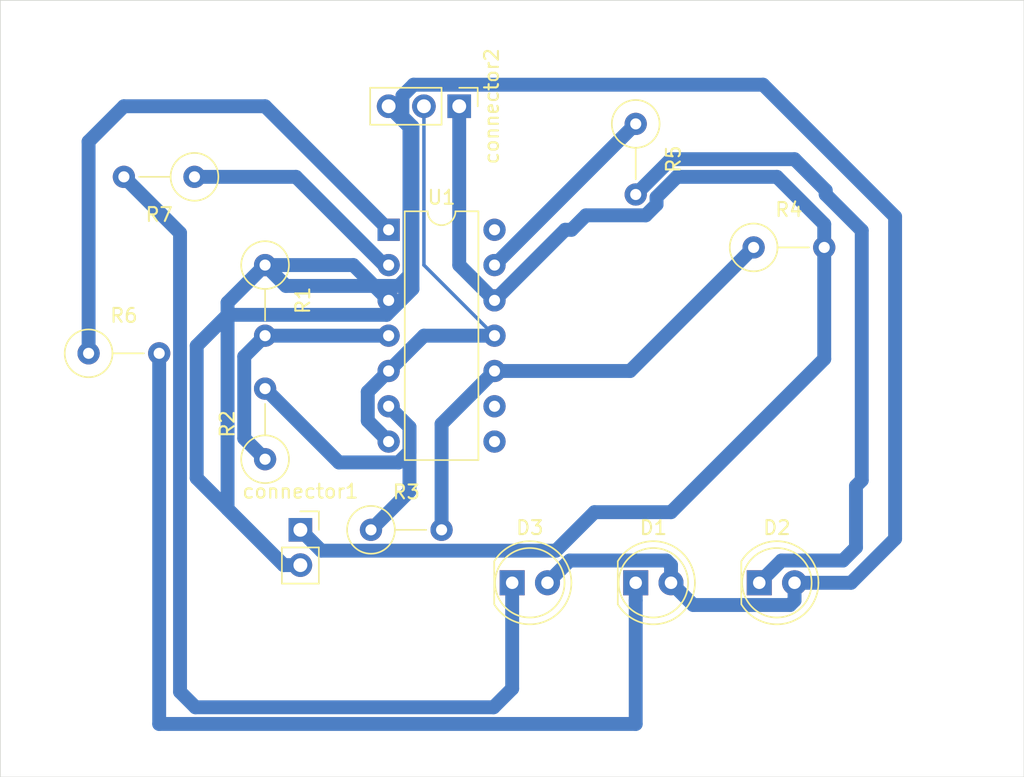
<source format=kicad_pcb>
(kicad_pcb (version 20171130) (host pcbnew "(5.1.10)-1")

  (general
    (thickness 1.6)
    (drawings 4)
    (tracks 102)
    (zones 0)
    (modules 13)
    (nets 16)
  )

  (page A4)
  (layers
    (0 F.Cu signal)
    (31 B.Cu signal)
    (32 B.Adhes user)
    (33 F.Adhes user)
    (34 B.Paste user)
    (35 F.Paste user)
    (36 B.SilkS user)
    (37 F.SilkS user)
    (38 B.Mask user)
    (39 F.Mask user)
    (40 Dwgs.User user)
    (41 Cmts.User user)
    (42 Eco1.User user)
    (43 Eco2.User user)
    (44 Edge.Cuts user)
    (45 Margin user)
    (46 B.CrtYd user)
    (47 F.CrtYd user)
    (48 B.Fab user)
    (49 F.Fab user)
  )

  (setup
    (last_trace_width 1)
    (user_trace_width 1)
    (trace_clearance 0.2)
    (zone_clearance 0.508)
    (zone_45_only no)
    (trace_min 0.2)
    (via_size 0.8)
    (via_drill 0.4)
    (via_min_size 0.4)
    (via_min_drill 0.3)
    (uvia_size 0.3)
    (uvia_drill 0.1)
    (uvias_allowed no)
    (uvia_min_size 0.2)
    (uvia_min_drill 0.1)
    (edge_width 0.05)
    (segment_width 0.2)
    (pcb_text_width 0.3)
    (pcb_text_size 1.5 1.5)
    (mod_edge_width 0.12)
    (mod_text_size 1 1)
    (mod_text_width 0.15)
    (pad_size 1.524 1.524)
    (pad_drill 0.762)
    (pad_to_mask_clearance 0)
    (aux_axis_origin 0 0)
    (visible_elements FFFFFF7F)
    (pcbplotparams
      (layerselection 0x010fc_ffffffff)
      (usegerberextensions false)
      (usegerberattributes true)
      (usegerberadvancedattributes true)
      (creategerberjobfile true)
      (excludeedgelayer true)
      (linewidth 0.100000)
      (plotframeref false)
      (viasonmask false)
      (mode 1)
      (useauxorigin false)
      (hpglpennumber 1)
      (hpglpenspeed 20)
      (hpglpendiameter 15.000000)
      (psnegative false)
      (psa4output false)
      (plotreference true)
      (plotvalue true)
      (plotinvisibletext false)
      (padsonsilk false)
      (subtractmaskfromsilk false)
      (outputformat 1)
      (mirror false)
      (drillshape 1)
      (scaleselection 1)
      (outputdirectory ""))
  )

  (net 0 "")
  (net 1 "Net-(D1-Pad2)")
  (net 2 "Net-(R4-Pad2)")
  (net 3 "Net-(U1-Pad11)")
  (net 4 "Net-(D1-Pad1)")
  (net 5 "Net-(D2-Pad1)")
  (net 6 "Net-(D3-Pad1)")
  (net 7 "Net-(R1-Pad2)")
  (net 8 "Net-(R2-Pad2)")
  (net 9 "Net-(R3-Pad2)")
  (net 10 "Net-(R5-Pad1)")
  (net 11 "Net-(R6-Pad1)")
  (net 12 "Net-(R7-Pad1)")
  (net 13 "Net-(U1-Pad14)")
  (net 14 "Net-(U1-Pad9)")
  (net 15 "Net-(U1-Pad8)")

  (net_class Default "This is the default net class."
    (clearance 0.2)
    (trace_width 0.25)
    (via_dia 0.8)
    (via_drill 0.4)
    (uvia_dia 0.3)
    (uvia_drill 0.1)
    (add_net "Net-(D1-Pad1)")
    (add_net "Net-(D1-Pad2)")
    (add_net "Net-(D2-Pad1)")
    (add_net "Net-(D3-Pad1)")
    (add_net "Net-(R1-Pad2)")
    (add_net "Net-(R2-Pad2)")
    (add_net "Net-(R3-Pad2)")
    (add_net "Net-(R4-Pad2)")
    (add_net "Net-(R5-Pad1)")
    (add_net "Net-(R6-Pad1)")
    (add_net "Net-(R7-Pad1)")
    (add_net "Net-(U1-Pad11)")
    (add_net "Net-(U1-Pad14)")
    (add_net "Net-(U1-Pad8)")
    (add_net "Net-(U1-Pad9)")
  )

  (module LED_THT:LED_D5.0mm (layer F.Cu) (tedit 5995936A) (tstamp 63BC1874)
    (at 153.67 100.33)
    (descr "LED, diameter 5.0mm, 2 pins, http://cdn-reichelt.de/documents/datenblatt/A500/LL-504BC2E-009.pdf")
    (tags "LED diameter 5.0mm 2 pins")
    (path /63BE7815)
    (fp_text reference D2 (at 1.27 -3.96) (layer F.SilkS)
      (effects (font (size 1 1) (thickness 0.15)))
    )
    (fp_text value LED (at 1.27 3.96) (layer F.Fab)
      (effects (font (size 1 1) (thickness 0.15)))
    )
    (fp_text user %R (at 1.25 0) (layer F.Fab)
      (effects (font (size 0.8 0.8) (thickness 0.2)))
    )
    (fp_arc (start 1.27 0) (end -1.29 1.54483) (angle -148.9) (layer F.SilkS) (width 0.12))
    (fp_arc (start 1.27 0) (end -1.29 -1.54483) (angle 148.9) (layer F.SilkS) (width 0.12))
    (fp_arc (start 1.27 0) (end -1.23 -1.469694) (angle 299.1) (layer F.Fab) (width 0.1))
    (fp_circle (center 1.27 0) (end 3.77 0) (layer F.Fab) (width 0.1))
    (fp_circle (center 1.27 0) (end 3.77 0) (layer F.SilkS) (width 0.12))
    (fp_line (start -1.23 -1.469694) (end -1.23 1.469694) (layer F.Fab) (width 0.1))
    (fp_line (start -1.29 -1.545) (end -1.29 1.545) (layer F.SilkS) (width 0.12))
    (fp_line (start -1.95 -3.25) (end -1.95 3.25) (layer F.CrtYd) (width 0.05))
    (fp_line (start -1.95 3.25) (end 4.5 3.25) (layer F.CrtYd) (width 0.05))
    (fp_line (start 4.5 3.25) (end 4.5 -3.25) (layer F.CrtYd) (width 0.05))
    (fp_line (start 4.5 -3.25) (end -1.95 -3.25) (layer F.CrtYd) (width 0.05))
    (pad 2 thru_hole circle (at 2.54 0) (size 1.8 1.8) (drill 0.9) (layers *.Cu *.Mask)
      (net 1 "Net-(D1-Pad2)"))
    (pad 1 thru_hole rect (at 0 0) (size 1.8 1.8) (drill 0.9) (layers *.Cu *.Mask)
      (net 5 "Net-(D2-Pad1)"))
    (model ${KISYS3DMOD}/LED_THT.3dshapes/LED_D5.0mm.wrl
      (at (xyz 0 0 0))
      (scale (xyz 1 1 1))
      (rotate (xyz 0 0 0))
    )
  )

  (module Package_DIP:DIP-14_W7.62mm (layer F.Cu) (tedit 5A02E8C5) (tstamp 63BC1911)
    (at 127 74.93)
    (descr "14-lead though-hole mounted DIP package, row spacing 7.62 mm (300 mils)")
    (tags "THT DIP DIL PDIP 2.54mm 7.62mm 300mil")
    (path /63BBFDF5)
    (fp_text reference U1 (at 3.81 -2.33) (layer F.SilkS)
      (effects (font (size 1 1) (thickness 0.15)))
    )
    (fp_text value LM339 (at 3.81 17.57) (layer F.Fab)
      (effects (font (size 1 1) (thickness 0.15)))
    )
    (fp_text user %R (at 3.81 7.62) (layer F.Fab)
      (effects (font (size 1 1) (thickness 0.15)))
    )
    (fp_arc (start 3.81 -1.33) (end 2.81 -1.33) (angle -180) (layer F.SilkS) (width 0.12))
    (fp_line (start 1.635 -1.27) (end 6.985 -1.27) (layer F.Fab) (width 0.1))
    (fp_line (start 6.985 -1.27) (end 6.985 16.51) (layer F.Fab) (width 0.1))
    (fp_line (start 6.985 16.51) (end 0.635 16.51) (layer F.Fab) (width 0.1))
    (fp_line (start 0.635 16.51) (end 0.635 -0.27) (layer F.Fab) (width 0.1))
    (fp_line (start 0.635 -0.27) (end 1.635 -1.27) (layer F.Fab) (width 0.1))
    (fp_line (start 2.81 -1.33) (end 1.16 -1.33) (layer F.SilkS) (width 0.12))
    (fp_line (start 1.16 -1.33) (end 1.16 16.57) (layer F.SilkS) (width 0.12))
    (fp_line (start 1.16 16.57) (end 6.46 16.57) (layer F.SilkS) (width 0.12))
    (fp_line (start 6.46 16.57) (end 6.46 -1.33) (layer F.SilkS) (width 0.12))
    (fp_line (start 6.46 -1.33) (end 4.81 -1.33) (layer F.SilkS) (width 0.12))
    (fp_line (start -1.1 -1.55) (end -1.1 16.8) (layer F.CrtYd) (width 0.05))
    (fp_line (start -1.1 16.8) (end 8.7 16.8) (layer F.CrtYd) (width 0.05))
    (fp_line (start 8.7 16.8) (end 8.7 -1.55) (layer F.CrtYd) (width 0.05))
    (fp_line (start 8.7 -1.55) (end -1.1 -1.55) (layer F.CrtYd) (width 0.05))
    (pad 14 thru_hole oval (at 7.62 0) (size 1.6 1.6) (drill 0.8) (layers *.Cu *.Mask)
      (net 13 "Net-(U1-Pad14)"))
    (pad 7 thru_hole oval (at 0 15.24) (size 1.6 1.6) (drill 0.8) (layers *.Cu *.Mask)
      (net 3 "Net-(U1-Pad11)"))
    (pad 13 thru_hole oval (at 7.62 2.54) (size 1.6 1.6) (drill 0.8) (layers *.Cu *.Mask)
      (net 10 "Net-(R5-Pad1)"))
    (pad 6 thru_hole oval (at 0 12.7) (size 1.6 1.6) (drill 0.8) (layers *.Cu *.Mask)
      (net 8 "Net-(R2-Pad2)"))
    (pad 12 thru_hole oval (at 7.62 5.08) (size 1.6 1.6) (drill 0.8) (layers *.Cu *.Mask)
      (net 2 "Net-(R4-Pad2)"))
    (pad 5 thru_hole oval (at 0 10.16) (size 1.6 1.6) (drill 0.8) (layers *.Cu *.Mask)
      (net 3 "Net-(U1-Pad11)"))
    (pad 11 thru_hole oval (at 7.62 7.62) (size 1.6 1.6) (drill 0.8) (layers *.Cu *.Mask)
      (net 3 "Net-(U1-Pad11)"))
    (pad 4 thru_hole oval (at 0 7.62) (size 1.6 1.6) (drill 0.8) (layers *.Cu *.Mask)
      (net 7 "Net-(R1-Pad2)"))
    (pad 10 thru_hole oval (at 7.62 10.16) (size 1.6 1.6) (drill 0.8) (layers *.Cu *.Mask)
      (net 9 "Net-(R3-Pad2)"))
    (pad 3 thru_hole oval (at 0 5.08) (size 1.6 1.6) (drill 0.8) (layers *.Cu *.Mask)
      (net 1 "Net-(D1-Pad2)"))
    (pad 9 thru_hole oval (at 7.62 12.7) (size 1.6 1.6) (drill 0.8) (layers *.Cu *.Mask)
      (net 14 "Net-(U1-Pad9)"))
    (pad 2 thru_hole oval (at 0 2.54) (size 1.6 1.6) (drill 0.8) (layers *.Cu *.Mask)
      (net 12 "Net-(R7-Pad1)"))
    (pad 8 thru_hole oval (at 7.62 15.24) (size 1.6 1.6) (drill 0.8) (layers *.Cu *.Mask)
      (net 15 "Net-(U1-Pad8)"))
    (pad 1 thru_hole rect (at 0 0) (size 1.6 1.6) (drill 0.8) (layers *.Cu *.Mask)
      (net 11 "Net-(R6-Pad1)"))
    (model ${KISYS3DMOD}/Package_DIP.3dshapes/DIP-14_W7.62mm.wrl
      (at (xyz 0 0 0))
      (scale (xyz 1 1 1))
      (rotate (xyz 0 0 0))
    )
  )

  (module Resistor_THT:R_Axial_DIN0309_L9.0mm_D3.2mm_P5.08mm_Vertical (layer F.Cu) (tedit 5AE5139B) (tstamp 63BC18EF)
    (at 113.03 71.12 180)
    (descr "Resistor, Axial_DIN0309 series, Axial, Vertical, pin pitch=5.08mm, 0.5W = 1/2W, length*diameter=9*3.2mm^2, http://cdn-reichelt.de/documents/datenblatt/B400/1_4W%23YAG.pdf")
    (tags "Resistor Axial_DIN0309 series Axial Vertical pin pitch 5.08mm 0.5W = 1/2W length 9mm diameter 3.2mm")
    (path /63BCC178)
    (fp_text reference R7 (at 2.54 -2.72) (layer F.SilkS)
      (effects (font (size 1 1) (thickness 0.15)))
    )
    (fp_text value 100 (at 2.54 2.72) (layer F.Fab)
      (effects (font (size 1 1) (thickness 0.15)))
    )
    (fp_text user %R (at 2.54 -2.72) (layer F.Fab)
      (effects (font (size 1 1) (thickness 0.15)))
    )
    (fp_circle (center 0 0) (end 1.6 0) (layer F.Fab) (width 0.1))
    (fp_circle (center 0 0) (end 1.72 0) (layer F.SilkS) (width 0.12))
    (fp_line (start 0 0) (end 5.08 0) (layer F.Fab) (width 0.1))
    (fp_line (start 1.72 0) (end 3.98 0) (layer F.SilkS) (width 0.12))
    (fp_line (start -1.85 -1.85) (end -1.85 1.85) (layer F.CrtYd) (width 0.05))
    (fp_line (start -1.85 1.85) (end 6.13 1.85) (layer F.CrtYd) (width 0.05))
    (fp_line (start 6.13 1.85) (end 6.13 -1.85) (layer F.CrtYd) (width 0.05))
    (fp_line (start 6.13 -1.85) (end -1.85 -1.85) (layer F.CrtYd) (width 0.05))
    (pad 2 thru_hole oval (at 5.08 0 180) (size 1.6 1.6) (drill 0.8) (layers *.Cu *.Mask)
      (net 6 "Net-(D3-Pad1)"))
    (pad 1 thru_hole circle (at 0 0 180) (size 1.6 1.6) (drill 0.8) (layers *.Cu *.Mask)
      (net 12 "Net-(R7-Pad1)"))
    (model ${KISYS3DMOD}/Resistor_THT.3dshapes/R_Axial_DIN0309_L9.0mm_D3.2mm_P5.08mm_Vertical.wrl
      (at (xyz 0 0 0))
      (scale (xyz 1 1 1))
      (rotate (xyz 0 0 0))
    )
  )

  (module Resistor_THT:R_Axial_DIN0309_L9.0mm_D3.2mm_P5.08mm_Vertical (layer F.Cu) (tedit 5AE5139B) (tstamp 63BC18E0)
    (at 105.41 83.82)
    (descr "Resistor, Axial_DIN0309 series, Axial, Vertical, pin pitch=5.08mm, 0.5W = 1/2W, length*diameter=9*3.2mm^2, http://cdn-reichelt.de/documents/datenblatt/B400/1_4W%23YAG.pdf")
    (tags "Resistor Axial_DIN0309 series Axial Vertical pin pitch 5.08mm 0.5W = 1/2W length 9mm diameter 3.2mm")
    (path /63BCBEDC)
    (fp_text reference R6 (at 2.54 -2.72) (layer F.SilkS)
      (effects (font (size 1 1) (thickness 0.15)))
    )
    (fp_text value 100 (at 2.54 2.72) (layer F.Fab)
      (effects (font (size 1 1) (thickness 0.15)))
    )
    (fp_text user %R (at 2.54 -2.72) (layer F.Fab)
      (effects (font (size 1 1) (thickness 0.15)))
    )
    (fp_circle (center 0 0) (end 1.6 0) (layer F.Fab) (width 0.1))
    (fp_circle (center 0 0) (end 1.72 0) (layer F.SilkS) (width 0.12))
    (fp_line (start 0 0) (end 5.08 0) (layer F.Fab) (width 0.1))
    (fp_line (start 1.72 0) (end 3.98 0) (layer F.SilkS) (width 0.12))
    (fp_line (start -1.85 -1.85) (end -1.85 1.85) (layer F.CrtYd) (width 0.05))
    (fp_line (start -1.85 1.85) (end 6.13 1.85) (layer F.CrtYd) (width 0.05))
    (fp_line (start 6.13 1.85) (end 6.13 -1.85) (layer F.CrtYd) (width 0.05))
    (fp_line (start 6.13 -1.85) (end -1.85 -1.85) (layer F.CrtYd) (width 0.05))
    (pad 2 thru_hole oval (at 5.08 0) (size 1.6 1.6) (drill 0.8) (layers *.Cu *.Mask)
      (net 4 "Net-(D1-Pad1)"))
    (pad 1 thru_hole circle (at 0 0) (size 1.6 1.6) (drill 0.8) (layers *.Cu *.Mask)
      (net 11 "Net-(R6-Pad1)"))
    (model ${KISYS3DMOD}/Resistor_THT.3dshapes/R_Axial_DIN0309_L9.0mm_D3.2mm_P5.08mm_Vertical.wrl
      (at (xyz 0 0 0))
      (scale (xyz 1 1 1))
      (rotate (xyz 0 0 0))
    )
  )

  (module Resistor_THT:R_Axial_DIN0309_L9.0mm_D3.2mm_P5.08mm_Vertical (layer F.Cu) (tedit 5AE5139B) (tstamp 63BC18D1)
    (at 144.78 67.31 270)
    (descr "Resistor, Axial_DIN0309 series, Axial, Vertical, pin pitch=5.08mm, 0.5W = 1/2W, length*diameter=9*3.2mm^2, http://cdn-reichelt.de/documents/datenblatt/B400/1_4W%23YAG.pdf")
    (tags "Resistor Axial_DIN0309 series Axial Vertical pin pitch 5.08mm 0.5W = 1/2W length 9mm diameter 3.2mm")
    (path /63BCBC35)
    (fp_text reference R5 (at 2.54 -2.72 90) (layer F.SilkS)
      (effects (font (size 1 1) (thickness 0.15)))
    )
    (fp_text value 100 (at 2.54 2.72 90) (layer F.Fab)
      (effects (font (size 1 1) (thickness 0.15)))
    )
    (fp_text user %R (at 2.54 -2.72 90) (layer F.Fab)
      (effects (font (size 1 1) (thickness 0.15)))
    )
    (fp_circle (center 0 0) (end 1.6 0) (layer F.Fab) (width 0.1))
    (fp_circle (center 0 0) (end 1.72 0) (layer F.SilkS) (width 0.12))
    (fp_line (start 0 0) (end 5.08 0) (layer F.Fab) (width 0.1))
    (fp_line (start 1.72 0) (end 3.98 0) (layer F.SilkS) (width 0.12))
    (fp_line (start -1.85 -1.85) (end -1.85 1.85) (layer F.CrtYd) (width 0.05))
    (fp_line (start -1.85 1.85) (end 6.13 1.85) (layer F.CrtYd) (width 0.05))
    (fp_line (start 6.13 1.85) (end 6.13 -1.85) (layer F.CrtYd) (width 0.05))
    (fp_line (start 6.13 -1.85) (end -1.85 -1.85) (layer F.CrtYd) (width 0.05))
    (pad 2 thru_hole oval (at 5.08 0 270) (size 1.6 1.6) (drill 0.8) (layers *.Cu *.Mask)
      (net 5 "Net-(D2-Pad1)"))
    (pad 1 thru_hole circle (at 0 0 270) (size 1.6 1.6) (drill 0.8) (layers *.Cu *.Mask)
      (net 10 "Net-(R5-Pad1)"))
    (model ${KISYS3DMOD}/Resistor_THT.3dshapes/R_Axial_DIN0309_L9.0mm_D3.2mm_P5.08mm_Vertical.wrl
      (at (xyz 0 0 0))
      (scale (xyz 1 1 1))
      (rotate (xyz 0 0 0))
    )
  )

  (module Resistor_THT:R_Axial_DIN0309_L9.0mm_D3.2mm_P5.08mm_Vertical (layer F.Cu) (tedit 5AE5139B) (tstamp 63BC18C2)
    (at 153.265001 76.2)
    (descr "Resistor, Axial_DIN0309 series, Axial, Vertical, pin pitch=5.08mm, 0.5W = 1/2W, length*diameter=9*3.2mm^2, http://cdn-reichelt.de/documents/datenblatt/B400/1_4W%23YAG.pdf")
    (tags "Resistor Axial_DIN0309 series Axial Vertical pin pitch 5.08mm 0.5W = 1/2W length 9mm diameter 3.2mm")
    (path /63BCB775)
    (fp_text reference R4 (at 2.54 -2.72) (layer F.SilkS)
      (effects (font (size 1 1) (thickness 0.15)))
    )
    (fp_text value 1k (at 2.54 2.72) (layer F.Fab)
      (effects (font (size 1 1) (thickness 0.15)))
    )
    (fp_text user %R (at 2.54 -2.72) (layer F.Fab)
      (effects (font (size 1 1) (thickness 0.15)))
    )
    (fp_circle (center 0 0) (end 1.6 0) (layer F.Fab) (width 0.1))
    (fp_circle (center 0 0) (end 1.72 0) (layer F.SilkS) (width 0.12))
    (fp_line (start 0 0) (end 5.08 0) (layer F.Fab) (width 0.1))
    (fp_line (start 1.72 0) (end 3.98 0) (layer F.SilkS) (width 0.12))
    (fp_line (start -1.85 -1.85) (end -1.85 1.85) (layer F.CrtYd) (width 0.05))
    (fp_line (start -1.85 1.85) (end 6.13 1.85) (layer F.CrtYd) (width 0.05))
    (fp_line (start 6.13 1.85) (end 6.13 -1.85) (layer F.CrtYd) (width 0.05))
    (fp_line (start 6.13 -1.85) (end -1.85 -1.85) (layer F.CrtYd) (width 0.05))
    (pad 2 thru_hole oval (at 5.08 0) (size 1.6 1.6) (drill 0.8) (layers *.Cu *.Mask)
      (net 2 "Net-(R4-Pad2)"))
    (pad 1 thru_hole circle (at 0 0) (size 1.6 1.6) (drill 0.8) (layers *.Cu *.Mask)
      (net 9 "Net-(R3-Pad2)"))
    (model ${KISYS3DMOD}/Resistor_THT.3dshapes/R_Axial_DIN0309_L9.0mm_D3.2mm_P5.08mm_Vertical.wrl
      (at (xyz 0 0 0))
      (scale (xyz 1 1 1))
      (rotate (xyz 0 0 0))
    )
  )

  (module Resistor_THT:R_Axial_DIN0309_L9.0mm_D3.2mm_P5.08mm_Vertical (layer F.Cu) (tedit 5AE5139B) (tstamp 63BC18B3)
    (at 125.73 96.52)
    (descr "Resistor, Axial_DIN0309 series, Axial, Vertical, pin pitch=5.08mm, 0.5W = 1/2W, length*diameter=9*3.2mm^2, http://cdn-reichelt.de/documents/datenblatt/B400/1_4W%23YAG.pdf")
    (tags "Resistor Axial_DIN0309 series Axial Vertical pin pitch 5.08mm 0.5W = 1/2W length 9mm diameter 3.2mm")
    (path /63BCB0AD)
    (fp_text reference R3 (at 2.54 -2.72) (layer F.SilkS)
      (effects (font (size 1 1) (thickness 0.15)))
    )
    (fp_text value 3k (at 2.54 2.72) (layer F.Fab)
      (effects (font (size 1 1) (thickness 0.15)))
    )
    (fp_text user %R (at 2.54 -2.72) (layer F.Fab)
      (effects (font (size 1 1) (thickness 0.15)))
    )
    (fp_circle (center 0 0) (end 1.6 0) (layer F.Fab) (width 0.1))
    (fp_circle (center 0 0) (end 1.72 0) (layer F.SilkS) (width 0.12))
    (fp_line (start 0 0) (end 5.08 0) (layer F.Fab) (width 0.1))
    (fp_line (start 1.72 0) (end 3.98 0) (layer F.SilkS) (width 0.12))
    (fp_line (start -1.85 -1.85) (end -1.85 1.85) (layer F.CrtYd) (width 0.05))
    (fp_line (start -1.85 1.85) (end 6.13 1.85) (layer F.CrtYd) (width 0.05))
    (fp_line (start 6.13 1.85) (end 6.13 -1.85) (layer F.CrtYd) (width 0.05))
    (fp_line (start 6.13 -1.85) (end -1.85 -1.85) (layer F.CrtYd) (width 0.05))
    (pad 2 thru_hole oval (at 5.08 0) (size 1.6 1.6) (drill 0.8) (layers *.Cu *.Mask)
      (net 9 "Net-(R3-Pad2)"))
    (pad 1 thru_hole circle (at 0 0) (size 1.6 1.6) (drill 0.8) (layers *.Cu *.Mask)
      (net 8 "Net-(R2-Pad2)"))
    (model ${KISYS3DMOD}/Resistor_THT.3dshapes/R_Axial_DIN0309_L9.0mm_D3.2mm_P5.08mm_Vertical.wrl
      (at (xyz 0 0 0))
      (scale (xyz 1 1 1))
      (rotate (xyz 0 0 0))
    )
  )

  (module Resistor_THT:R_Axial_DIN0309_L9.0mm_D3.2mm_P5.08mm_Vertical (layer F.Cu) (tedit 5AE5139B) (tstamp 63BC18A4)
    (at 118.11 91.44 90)
    (descr "Resistor, Axial_DIN0309 series, Axial, Vertical, pin pitch=5.08mm, 0.5W = 1/2W, length*diameter=9*3.2mm^2, http://cdn-reichelt.de/documents/datenblatt/B400/1_4W%23YAG.pdf")
    (tags "Resistor Axial_DIN0309 series Axial Vertical pin pitch 5.08mm 0.5W = 1/2W length 9mm diameter 3.2mm")
    (path /63BC9D3A)
    (fp_text reference R2 (at 2.54 -2.72 90) (layer F.SilkS)
      (effects (font (size 1 1) (thickness 0.15)))
    )
    (fp_text value 3k (at 2.54 2.72 90) (layer F.Fab)
      (effects (font (size 1 1) (thickness 0.15)))
    )
    (fp_text user %R (at 2.54 -2.72 90) (layer F.Fab)
      (effects (font (size 1 1) (thickness 0.15)))
    )
    (fp_circle (center 0 0) (end 1.6 0) (layer F.Fab) (width 0.1))
    (fp_circle (center 0 0) (end 1.72 0) (layer F.SilkS) (width 0.12))
    (fp_line (start 0 0) (end 5.08 0) (layer F.Fab) (width 0.1))
    (fp_line (start 1.72 0) (end 3.98 0) (layer F.SilkS) (width 0.12))
    (fp_line (start -1.85 -1.85) (end -1.85 1.85) (layer F.CrtYd) (width 0.05))
    (fp_line (start -1.85 1.85) (end 6.13 1.85) (layer F.CrtYd) (width 0.05))
    (fp_line (start 6.13 1.85) (end 6.13 -1.85) (layer F.CrtYd) (width 0.05))
    (fp_line (start 6.13 -1.85) (end -1.85 -1.85) (layer F.CrtYd) (width 0.05))
    (pad 2 thru_hole oval (at 5.08 0 90) (size 1.6 1.6) (drill 0.8) (layers *.Cu *.Mask)
      (net 8 "Net-(R2-Pad2)"))
    (pad 1 thru_hole circle (at 0 0 90) (size 1.6 1.6) (drill 0.8) (layers *.Cu *.Mask)
      (net 7 "Net-(R1-Pad2)"))
    (model ${KISYS3DMOD}/Resistor_THT.3dshapes/R_Axial_DIN0309_L9.0mm_D3.2mm_P5.08mm_Vertical.wrl
      (at (xyz 0 0 0))
      (scale (xyz 1 1 1))
      (rotate (xyz 0 0 0))
    )
  )

  (module Resistor_THT:R_Axial_DIN0309_L9.0mm_D3.2mm_P5.08mm_Vertical (layer F.Cu) (tedit 5AE5139B) (tstamp 63BC1895)
    (at 118.11 77.47 270)
    (descr "Resistor, Axial_DIN0309 series, Axial, Vertical, pin pitch=5.08mm, 0.5W = 1/2W, length*diameter=9*3.2mm^2, http://cdn-reichelt.de/documents/datenblatt/B400/1_4W%23YAG.pdf")
    (tags "Resistor Axial_DIN0309 series Axial Vertical pin pitch 5.08mm 0.5W = 1/2W length 9mm diameter 3.2mm")
    (path /63BC9235)
    (fp_text reference R1 (at 2.54 -2.72 90) (layer F.SilkS)
      (effects (font (size 1 1) (thickness 0.15)))
    )
    (fp_text value 3k (at 2.54 2.72 90) (layer F.Fab)
      (effects (font (size 1 1) (thickness 0.15)))
    )
    (fp_text user %R (at 2.54 -2.72 90) (layer F.Fab)
      (effects (font (size 1 1) (thickness 0.15)))
    )
    (fp_circle (center 0 0) (end 1.6 0) (layer F.Fab) (width 0.1))
    (fp_circle (center 0 0) (end 1.72 0) (layer F.SilkS) (width 0.12))
    (fp_line (start 0 0) (end 5.08 0) (layer F.Fab) (width 0.1))
    (fp_line (start 1.72 0) (end 3.98 0) (layer F.SilkS) (width 0.12))
    (fp_line (start -1.85 -1.85) (end -1.85 1.85) (layer F.CrtYd) (width 0.05))
    (fp_line (start -1.85 1.85) (end 6.13 1.85) (layer F.CrtYd) (width 0.05))
    (fp_line (start 6.13 1.85) (end 6.13 -1.85) (layer F.CrtYd) (width 0.05))
    (fp_line (start 6.13 -1.85) (end -1.85 -1.85) (layer F.CrtYd) (width 0.05))
    (pad 2 thru_hole oval (at 5.08 0 270) (size 1.6 1.6) (drill 0.8) (layers *.Cu *.Mask)
      (net 7 "Net-(R1-Pad2)"))
    (pad 1 thru_hole circle (at 0 0 270) (size 1.6 1.6) (drill 0.8) (layers *.Cu *.Mask)
      (net 1 "Net-(D1-Pad2)"))
    (model ${KISYS3DMOD}/Resistor_THT.3dshapes/R_Axial_DIN0309_L9.0mm_D3.2mm_P5.08mm_Vertical.wrl
      (at (xyz 0 0 0))
      (scale (xyz 1 1 1))
      (rotate (xyz 0 0 0))
    )
  )

  (module LED_THT:LED_D5.0mm (layer F.Cu) (tedit 5995936A) (tstamp 63BC1886)
    (at 135.89 100.33)
    (descr "LED, diameter 5.0mm, 2 pins, http://cdn-reichelt.de/documents/datenblatt/A500/LL-504BC2E-009.pdf")
    (tags "LED diameter 5.0mm 2 pins")
    (path /63BE3F8C)
    (fp_text reference D3 (at 1.27 -3.96) (layer F.SilkS)
      (effects (font (size 1 1) (thickness 0.15)))
    )
    (fp_text value LED (at 1.27 3.96) (layer F.Fab)
      (effects (font (size 1 1) (thickness 0.15)))
    )
    (fp_text user %R (at 1.25 0) (layer F.Fab)
      (effects (font (size 0.8 0.8) (thickness 0.2)))
    )
    (fp_arc (start 1.27 0) (end -1.29 1.54483) (angle -148.9) (layer F.SilkS) (width 0.12))
    (fp_arc (start 1.27 0) (end -1.29 -1.54483) (angle 148.9) (layer F.SilkS) (width 0.12))
    (fp_arc (start 1.27 0) (end -1.23 -1.469694) (angle 299.1) (layer F.Fab) (width 0.1))
    (fp_circle (center 1.27 0) (end 3.77 0) (layer F.Fab) (width 0.1))
    (fp_circle (center 1.27 0) (end 3.77 0) (layer F.SilkS) (width 0.12))
    (fp_line (start -1.23 -1.469694) (end -1.23 1.469694) (layer F.Fab) (width 0.1))
    (fp_line (start -1.29 -1.545) (end -1.29 1.545) (layer F.SilkS) (width 0.12))
    (fp_line (start -1.95 -3.25) (end -1.95 3.25) (layer F.CrtYd) (width 0.05))
    (fp_line (start -1.95 3.25) (end 4.5 3.25) (layer F.CrtYd) (width 0.05))
    (fp_line (start 4.5 3.25) (end 4.5 -3.25) (layer F.CrtYd) (width 0.05))
    (fp_line (start 4.5 -3.25) (end -1.95 -3.25) (layer F.CrtYd) (width 0.05))
    (pad 2 thru_hole circle (at 2.54 0) (size 1.8 1.8) (drill 0.9) (layers *.Cu *.Mask)
      (net 1 "Net-(D1-Pad2)"))
    (pad 1 thru_hole rect (at 0 0) (size 1.8 1.8) (drill 0.9) (layers *.Cu *.Mask)
      (net 6 "Net-(D3-Pad1)"))
    (model ${KISYS3DMOD}/LED_THT.3dshapes/LED_D5.0mm.wrl
      (at (xyz 0 0 0))
      (scale (xyz 1 1 1))
      (rotate (xyz 0 0 0))
    )
  )

  (module LED_THT:LED_D5.0mm (layer F.Cu) (tedit 5995936A) (tstamp 63BC1862)
    (at 144.78 100.33)
    (descr "LED, diameter 5.0mm, 2 pins, http://cdn-reichelt.de/documents/datenblatt/A500/LL-504BC2E-009.pdf")
    (tags "LED diameter 5.0mm 2 pins")
    (path /63BE5253)
    (fp_text reference D1 (at 1.27 -3.96) (layer F.SilkS)
      (effects (font (size 1 1) (thickness 0.15)))
    )
    (fp_text value LED (at 1.27 3.96) (layer F.Fab)
      (effects (font (size 1 1) (thickness 0.15)))
    )
    (fp_text user %R (at 1.25 0) (layer F.Fab)
      (effects (font (size 0.8 0.8) (thickness 0.2)))
    )
    (fp_arc (start 1.27 0) (end -1.29 1.54483) (angle -148.9) (layer F.SilkS) (width 0.12))
    (fp_arc (start 1.27 0) (end -1.29 -1.54483) (angle 148.9) (layer F.SilkS) (width 0.12))
    (fp_arc (start 1.27 0) (end -1.23 -1.469694) (angle 299.1) (layer F.Fab) (width 0.1))
    (fp_circle (center 1.27 0) (end 3.77 0) (layer F.Fab) (width 0.1))
    (fp_circle (center 1.27 0) (end 3.77 0) (layer F.SilkS) (width 0.12))
    (fp_line (start -1.23 -1.469694) (end -1.23 1.469694) (layer F.Fab) (width 0.1))
    (fp_line (start -1.29 -1.545) (end -1.29 1.545) (layer F.SilkS) (width 0.12))
    (fp_line (start -1.95 -3.25) (end -1.95 3.25) (layer F.CrtYd) (width 0.05))
    (fp_line (start -1.95 3.25) (end 4.5 3.25) (layer F.CrtYd) (width 0.05))
    (fp_line (start 4.5 3.25) (end 4.5 -3.25) (layer F.CrtYd) (width 0.05))
    (fp_line (start 4.5 -3.25) (end -1.95 -3.25) (layer F.CrtYd) (width 0.05))
    (pad 2 thru_hole circle (at 2.54 0) (size 1.8 1.8) (drill 0.9) (layers *.Cu *.Mask)
      (net 1 "Net-(D1-Pad2)"))
    (pad 1 thru_hole rect (at 0 0) (size 1.8 1.8) (drill 0.9) (layers *.Cu *.Mask)
      (net 4 "Net-(D1-Pad1)"))
    (model ${KISYS3DMOD}/LED_THT.3dshapes/LED_D5.0mm.wrl
      (at (xyz 0 0 0))
      (scale (xyz 1 1 1))
      (rotate (xyz 0 0 0))
    )
  )

  (module Connector_PinHeader_2.54mm:PinHeader_1x03_P2.54mm_Vertical (layer F.Cu) (tedit 59FED5CC) (tstamp 63BC1850)
    (at 132.08 66.04 270)
    (descr "Through hole straight pin header, 1x03, 2.54mm pitch, single row")
    (tags "Through hole pin header THT 1x03 2.54mm single row")
    (path /63BEDC43)
    (fp_text reference connector2 (at 0 -2.33 90) (layer F.SilkS)
      (effects (font (size 1 1) (thickness 0.15)))
    )
    (fp_text value sensor_connector (at 0 7.41 90) (layer F.Fab)
      (effects (font (size 1 1) (thickness 0.15)))
    )
    (fp_line (start -0.635 -1.27) (end 1.27 -1.27) (layer F.Fab) (width 0.1))
    (fp_line (start 1.27 -1.27) (end 1.27 6.35) (layer F.Fab) (width 0.1))
    (fp_line (start 1.27 6.35) (end -1.27 6.35) (layer F.Fab) (width 0.1))
    (fp_line (start -1.27 6.35) (end -1.27 -0.635) (layer F.Fab) (width 0.1))
    (fp_line (start -1.27 -0.635) (end -0.635 -1.27) (layer F.Fab) (width 0.1))
    (fp_line (start -1.33 6.41) (end 1.33 6.41) (layer F.SilkS) (width 0.12))
    (fp_line (start -1.33 1.27) (end -1.33 6.41) (layer F.SilkS) (width 0.12))
    (fp_line (start 1.33 1.27) (end 1.33 6.41) (layer F.SilkS) (width 0.12))
    (fp_line (start -1.33 1.27) (end 1.33 1.27) (layer F.SilkS) (width 0.12))
    (fp_line (start -1.33 0) (end -1.33 -1.33) (layer F.SilkS) (width 0.12))
    (fp_line (start -1.33 -1.33) (end 0 -1.33) (layer F.SilkS) (width 0.12))
    (fp_line (start -1.8 -1.8) (end -1.8 6.85) (layer F.CrtYd) (width 0.05))
    (fp_line (start -1.8 6.85) (end 1.8 6.85) (layer F.CrtYd) (width 0.05))
    (fp_line (start 1.8 6.85) (end 1.8 -1.8) (layer F.CrtYd) (width 0.05))
    (fp_line (start 1.8 -1.8) (end -1.8 -1.8) (layer F.CrtYd) (width 0.05))
    (pad 3 thru_hole oval (at 0 5.08 270) (size 1.7 1.7) (drill 1) (layers *.Cu *.Mask)
      (net 1 "Net-(D1-Pad2)"))
    (pad 2 thru_hole oval (at 0 2.54 270) (size 1.7 1.7) (drill 1) (layers *.Cu *.Mask)
      (net 3 "Net-(U1-Pad11)"))
    (pad 1 thru_hole rect (at 0 0 270) (size 1.7 1.7) (drill 1) (layers *.Cu *.Mask)
      (net 2 "Net-(R4-Pad2)"))
    (model ${KISYS3DMOD}/Connector_PinHeader_2.54mm.3dshapes/PinHeader_1x03_P2.54mm_Vertical.wrl
      (at (xyz 0 0 0))
      (scale (xyz 1 1 1))
      (rotate (xyz 0 0 0))
    )
  )

  (module Connector_PinSocket_2.54mm:PinSocket_1x02_P2.54mm_Vertical (layer F.Cu) (tedit 5A19A420) (tstamp 63BC1839)
    (at 120.65 96.52)
    (descr "Through hole straight socket strip, 1x02, 2.54mm pitch, single row (from Kicad 4.0.7), script generated")
    (tags "Through hole socket strip THT 1x02 2.54mm single row")
    (path /63BCDB17)
    (fp_text reference connector1 (at 0 -2.77) (layer F.SilkS)
      (effects (font (size 1 1) (thickness 0.15)))
    )
    (fp_text value "Voltage supply" (at 0 5.31) (layer F.Fab)
      (effects (font (size 1 1) (thickness 0.15)))
    )
    (fp_text user %R (at 0 1.27 90) (layer F.Fab)
      (effects (font (size 1 1) (thickness 0.15)))
    )
    (fp_line (start -1.27 -1.27) (end 0.635 -1.27) (layer F.Fab) (width 0.1))
    (fp_line (start 0.635 -1.27) (end 1.27 -0.635) (layer F.Fab) (width 0.1))
    (fp_line (start 1.27 -0.635) (end 1.27 3.81) (layer F.Fab) (width 0.1))
    (fp_line (start 1.27 3.81) (end -1.27 3.81) (layer F.Fab) (width 0.1))
    (fp_line (start -1.27 3.81) (end -1.27 -1.27) (layer F.Fab) (width 0.1))
    (fp_line (start -1.33 1.27) (end 1.33 1.27) (layer F.SilkS) (width 0.12))
    (fp_line (start -1.33 1.27) (end -1.33 3.87) (layer F.SilkS) (width 0.12))
    (fp_line (start -1.33 3.87) (end 1.33 3.87) (layer F.SilkS) (width 0.12))
    (fp_line (start 1.33 1.27) (end 1.33 3.87) (layer F.SilkS) (width 0.12))
    (fp_line (start 1.33 -1.33) (end 1.33 0) (layer F.SilkS) (width 0.12))
    (fp_line (start 0 -1.33) (end 1.33 -1.33) (layer F.SilkS) (width 0.12))
    (fp_line (start -1.8 -1.8) (end 1.75 -1.8) (layer F.CrtYd) (width 0.05))
    (fp_line (start 1.75 -1.8) (end 1.75 4.3) (layer F.CrtYd) (width 0.05))
    (fp_line (start 1.75 4.3) (end -1.8 4.3) (layer F.CrtYd) (width 0.05))
    (fp_line (start -1.8 4.3) (end -1.8 -1.8) (layer F.CrtYd) (width 0.05))
    (pad 2 thru_hole oval (at 0 2.54) (size 1.7 1.7) (drill 1) (layers *.Cu *.Mask)
      (net 1 "Net-(D1-Pad2)"))
    (pad 1 thru_hole rect (at 0 0) (size 1.7 1.7) (drill 1) (layers *.Cu *.Mask)
      (net 2 "Net-(R4-Pad2)"))
    (model ${KISYS3DMOD}/Connector_PinSocket_2.54mm.3dshapes/PinSocket_1x02_P2.54mm_Vertical.wrl
      (at (xyz 0 0 0))
      (scale (xyz 1 1 1))
      (rotate (xyz 0 0 0))
    )
  )

  (gr_line (start 172.72 58.42) (end 99.06 58.42) (layer Edge.Cuts) (width 0.05) (tstamp 63BC385C))
  (gr_line (start 172.72 114.3) (end 172.72 58.42) (layer Edge.Cuts) (width 0.05))
  (gr_line (start 99.06 114.3) (end 172.72 114.3) (layer Edge.Cuts) (width 0.05))
  (gr_line (start 99.06 58.42) (end 99.06 114.3) (layer Edge.Cuts) (width 0.05))

  (segment (start 124.46 77.47) (end 127 80.01) (width 1) (layer B.Cu) (net 1))
  (segment (start 118.11 77.47) (end 124.46 77.47) (width 1) (layer B.Cu) (net 1))
  (segment (start 115.409989 95.02207) (end 119.447919 99.06) (width 1) (layer B.Cu) (net 1))
  (segment (start 115.409989 80.170011) (end 115.409989 95.02207) (width 1) (layer B.Cu) (net 1))
  (segment (start 118.11 77.47) (end 115.409989 80.170011) (width 1) (layer B.Cu) (net 1))
  (segment (start 128.500001 67.540001) (end 127 66.04) (width 1) (layer B.Cu) (net 1))
  (segment (start 127.720001 78.970001) (end 128.500001 78.190001) (width 1) (layer B.Cu) (net 1))
  (segment (start 128.500001 78.190001) (end 128.500001 67.540001) (width 1) (layer B.Cu) (net 1))
  (segment (start 119.610001 78.970001) (end 127.720001 78.970001) (width 1) (layer B.Cu) (net 1))
  (segment (start 118.11 77.47) (end 119.610001 78.970001) (width 1) (layer B.Cu) (net 1))
  (segment (start 163.445031 73.988818) (end 163.44503 97.160042) (width 1) (layer B.Cu) (net 1))
  (segment (start 153.946212 64.489999) (end 163.445031 73.988818) (width 1) (layer B.Cu) (net 1))
  (segment (start 127.989999 65.295999) (end 128.795999 64.489999) (width 1) (layer B.Cu) (net 1))
  (segment (start 128.795999 64.489999) (end 153.946212 64.489999) (width 1) (layer B.Cu) (net 1))
  (segment (start 127.989999 66.784001) (end 127.989999 65.295999) (width 1) (layer B.Cu) (net 1))
  (segment (start 128.71499 67.508992) (end 127.989999 66.784001) (width 1) (layer B.Cu) (net 1))
  (segment (start 128.71499 79.18499) (end 128.71499 67.508992) (width 1) (layer B.Cu) (net 1))
  (segment (start 126.849981 81.049999) (end 128.71499 79.18499) (width 1) (layer B.Cu) (net 1))
  (segment (start 115.417073 81.049999) (end 126.849981 81.049999) (width 1) (layer B.Cu) (net 1))
  (segment (start 113.190011 83.277061) (end 115.417073 81.049999) (width 1) (layer B.Cu) (net 1))
  (segment (start 113.190011 92.802092) (end 113.190011 83.277061) (width 1) (layer B.Cu) (net 1))
  (segment (start 119.447919 99.06) (end 113.190011 92.802092) (width 1) (layer B.Cu) (net 1))
  (segment (start 120.65 99.06) (end 119.447919 99.06) (width 1) (layer B.Cu) (net 1))
  (segment (start 160.275072 100.33) (end 163.44503 97.160042) (width 1) (layer B.Cu) (net 1))
  (segment (start 156.21 100.33) (end 160.275072 100.33) (width 1) (layer B.Cu) (net 1))
  (segment (start 148.920001 101.930001) (end 147.32 100.33) (width 1) (layer B.Cu) (net 1))
  (segment (start 155.882791 101.930001) (end 148.920001 101.930001) (width 1) (layer B.Cu) (net 1))
  (segment (start 156.21 101.602792) (end 155.882791 101.930001) (width 1) (layer B.Cu) (net 1))
  (segment (start 156.21 100.33) (end 156.21 101.602792) (width 1) (layer B.Cu) (net 1))
  (segment (start 140.030001 98.729999) (end 138.43 100.33) (width 1) (layer B.Cu) (net 1))
  (segment (start 146.992791 98.729999) (end 140.030001 98.729999) (width 1) (layer B.Cu) (net 1))
  (segment (start 147.32 99.057208) (end 146.992791 98.729999) (width 1) (layer B.Cu) (net 1))
  (segment (start 147.32 100.33) (end 147.32 99.057208) (width 1) (layer B.Cu) (net 1))
  (segment (start 132.08 77.47) (end 134.62 80.01) (width 1) (layer B.Cu) (net 2))
  (segment (start 132.08 66.04) (end 132.08 77.47) (width 1) (layer B.Cu) (net 2))
  (segment (start 120.65 96.52) (end 122.150001 98.020001) (width 1) (layer B.Cu) (net 2))
  (segment (start 139.042929 98.020001) (end 141.81293 95.25) (width 1) (layer B.Cu) (net 2))
  (segment (start 122.150001 98.020001) (end 139.042929 98.020001) (width 1) (layer B.Cu) (net 2))
  (segment (start 158.345001 74.525001) (end 158.345001 76.2) (width 1) (layer B.Cu) (net 2))
  (segment (start 147.74707 71.12) (end 154.94 71.12) (width 1) (layer B.Cu) (net 2))
  (segment (start 146.280001 73.110001) (end 146.280001 72.587069) (width 1) (layer B.Cu) (net 2))
  (segment (start 154.94 71.12) (end 158.345001 74.525001) (width 1) (layer B.Cu) (net 2))
  (segment (start 145.500001 73.890001) (end 146.280001 73.110001) (width 1) (layer B.Cu) (net 2))
  (segment (start 141.200001 73.890001) (end 145.500001 73.890001) (width 1) (layer B.Cu) (net 2))
  (segment (start 140.160002 74.93) (end 141.200001 73.890001) (width 1) (layer B.Cu) (net 2))
  (segment (start 146.280001 72.587069) (end 147.74707 71.12) (width 1) (layer B.Cu) (net 2))
  (segment (start 139.7 74.93) (end 140.160002 74.93) (width 1) (layer B.Cu) (net 2))
  (segment (start 134.62 80.01) (end 139.7 74.93) (width 1) (layer B.Cu) (net 2))
  (segment (start 141.81293 95.25) (end 147.32 95.25) (width 1) (layer B.Cu) (net 2))
  (segment (start 158.345001 84.224999) (end 158.345001 76.2) (width 1) (layer B.Cu) (net 2))
  (segment (start 147.32 95.25) (end 158.345001 84.224999) (width 1) (layer B.Cu) (net 2))
  (segment (start 129.54 77.47) (end 134.62 82.55) (width 0.25) (layer B.Cu) (net 3))
  (segment (start 129.54 66.04) (end 129.54 77.47) (width 0.25) (layer B.Cu) (net 3))
  (segment (start 125.499999 88.669999) (end 125.499999 86.590001) (width 1) (layer B.Cu) (net 3))
  (segment (start 125.499999 86.590001) (end 127 85.09) (width 1) (layer B.Cu) (net 3))
  (segment (start 127 90.17) (end 125.499999 88.669999) (width 1) (layer B.Cu) (net 3))
  (segment (start 129.54 82.55) (end 134.62 82.55) (width 1) (layer B.Cu) (net 3))
  (segment (start 127 85.09) (end 129.54 82.55) (width 1) (layer B.Cu) (net 3))
  (segment (start 144.78 101.6) (end 144.78 100.33) (width 1) (layer B.Cu) (net 4))
  (segment (start 144.78 110.49) (end 144.78 101.6) (width 1) (layer B.Cu) (net 4))
  (segment (start 110.49 110.49) (end 144.78 110.49) (width 1) (layer B.Cu) (net 4))
  (segment (start 110.49 83.82) (end 110.49 110.49) (width 1) (layer B.Cu) (net 4))
  (segment (start 161.045012 74.982939) (end 161.045012 92.954988) (width 1) (layer B.Cu) (net 5))
  (segment (start 158.452073 72.39) (end 161.045012 74.982939) (width 1) (layer B.Cu) (net 5))
  (segment (start 155.270001 98.729999) (end 159.689999 98.729999) (width 1) (layer B.Cu) (net 5))
  (segment (start 153.67 100.33) (end 155.270001 98.729999) (width 1) (layer B.Cu) (net 5))
  (segment (start 160.629998 93.370002) (end 161.045012 92.954988) (width 1) (layer B.Cu) (net 5))
  (segment (start 160.629998 97.79) (end 160.629998 93.370002) (width 1) (layer B.Cu) (net 5))
  (segment (start 159.689999 98.729999) (end 160.629998 97.79) (width 1) (layer B.Cu) (net 5))
  (segment (start 158.452073 72.39) (end 158.452073 72.092073) (width 1) (layer B.Cu) (net 5))
  (segment (start 158.452073 72.092073) (end 156.21 69.85) (width 1) (layer B.Cu) (net 5))
  (segment (start 147.32 69.85) (end 144.78 72.39) (width 1) (layer B.Cu) (net 5))
  (segment (start 156.21 69.85) (end 147.32 69.85) (width 1) (layer B.Cu) (net 5))
  (segment (start 111.990001 75.160001) (end 111.990001 108.180001) (width 1) (layer B.Cu) (net 6))
  (segment (start 107.95 71.12) (end 111.990001 75.160001) (width 1) (layer B.Cu) (net 6))
  (segment (start 111.990001 108.180001) (end 113.09999 109.28999) (width 1) (layer B.Cu) (net 6))
  (segment (start 113.09999 109.28999) (end 134.55001 109.28999) (width 1) (layer B.Cu) (net 6))
  (segment (start 135.89 107.95) (end 135.89 100.33) (width 1) (layer B.Cu) (net 6))
  (segment (start 134.55001 109.28999) (end 135.89 107.95) (width 1) (layer B.Cu) (net 6))
  (segment (start 118.11 82.55) (end 127 82.55) (width 1) (layer B.Cu) (net 7))
  (segment (start 116.609999 84.050001) (end 118.11 82.55) (width 1) (layer B.Cu) (net 7))
  (segment (start 116.609999 89.939999) (end 116.609999 84.050001) (width 1) (layer B.Cu) (net 7))
  (segment (start 118.11 91.44) (end 116.609999 89.939999) (width 1) (layer B.Cu) (net 7))
  (segment (start 128.500001 93.749999) (end 125.73 96.52) (width 1) (layer B.Cu) (net 8))
  (segment (start 128.500001 89.130001) (end 128.500001 93.749999) (width 1) (layer B.Cu) (net 8))
  (segment (start 128.500001 90.890001) (end 128.500001 89.130001) (width 1) (layer B.Cu) (net 8))
  (segment (start 127.720001 91.670001) (end 128.500001 90.890001) (width 1) (layer B.Cu) (net 8))
  (segment (start 128.500001 89.130001) (end 127 87.63) (width 1) (layer B.Cu) (net 8))
  (segment (start 123.420001 91.670001) (end 127.720001 91.670001) (width 1) (layer B.Cu) (net 8))
  (segment (start 118.11 86.36) (end 123.420001 91.670001) (width 1) (layer B.Cu) (net 8))
  (segment (start 130.81 88.9) (end 134.62 85.09) (width 1) (layer B.Cu) (net 9))
  (segment (start 130.81 96.52) (end 130.81 88.9) (width 1) (layer B.Cu) (net 9))
  (segment (start 144.375001 85.09) (end 153.265001 76.2) (width 1) (layer B.Cu) (net 9))
  (segment (start 134.62 85.09) (end 144.375001 85.09) (width 1) (layer B.Cu) (net 9))
  (segment (start 144.78 67.31) (end 134.62 77.47) (width 1) (layer B.Cu) (net 10))
  (segment (start 105.41 83.82) (end 105.41 68.58) (width 1) (layer B.Cu) (net 11))
  (segment (start 105.41 68.58) (end 107.95 66.04) (width 1) (layer B.Cu) (net 11))
  (segment (start 118.11 66.04) (end 127 74.93) (width 1) (layer B.Cu) (net 11))
  (segment (start 107.95 66.04) (end 118.11 66.04) (width 1) (layer B.Cu) (net 11))
  (segment (start 126.679998 77.47) (end 127 77.47) (width 1) (layer B.Cu) (net 12))
  (segment (start 120.329998 71.12) (end 126.679998 77.47) (width 1) (layer B.Cu) (net 12))
  (segment (start 113.03 71.12) (end 120.329998 71.12) (width 1) (layer B.Cu) (net 12))

)

</source>
